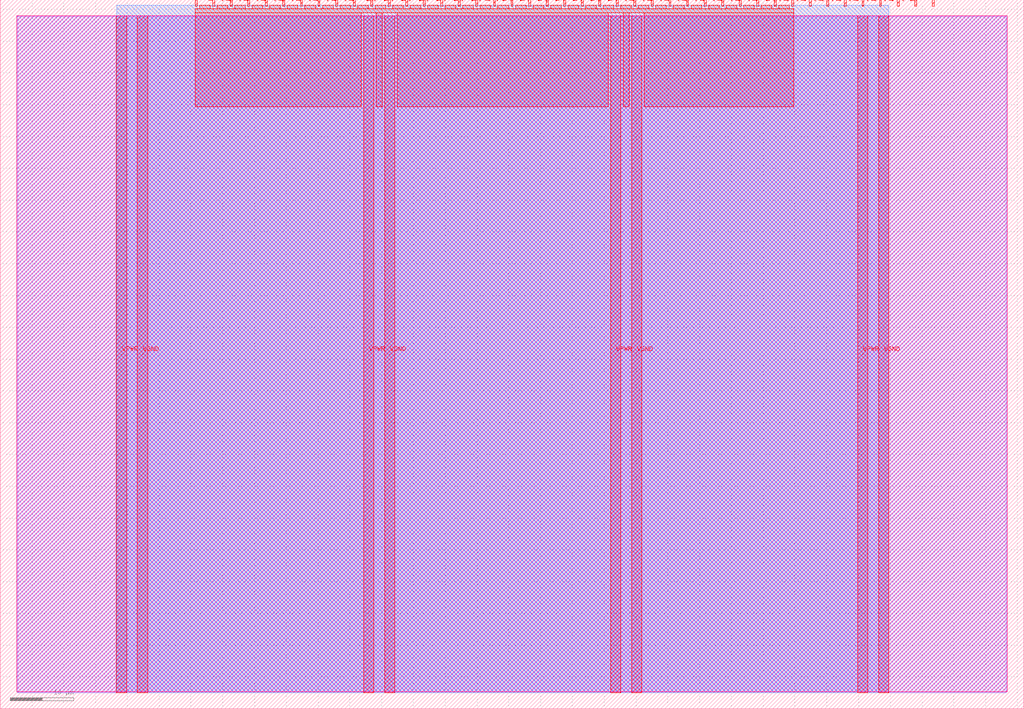
<source format=lef>
VERSION 5.7 ;
  NOWIREEXTENSIONATPIN ON ;
  DIVIDERCHAR "/" ;
  BUSBITCHARS "[]" ;
MACRO tt_um_AriaMitraClock
  CLASS BLOCK ;
  FOREIGN tt_um_AriaMitraClock ;
  ORIGIN 0.000 0.000 ;
  SIZE 161.000 BY 111.520 ;
  PIN VGND
    DIRECTION INOUT ;
    USE GROUND ;
    PORT
      LAYER met4 ;
        RECT 21.580 2.480 23.180 109.040 ;
    END
    PORT
      LAYER met4 ;
        RECT 60.450 2.480 62.050 109.040 ;
    END
    PORT
      LAYER met4 ;
        RECT 99.320 2.480 100.920 109.040 ;
    END
    PORT
      LAYER met4 ;
        RECT 138.190 2.480 139.790 109.040 ;
    END
  END VGND
  PIN VPWR
    DIRECTION INOUT ;
    USE POWER ;
    PORT
      LAYER met4 ;
        RECT 18.280 2.480 19.880 109.040 ;
    END
    PORT
      LAYER met4 ;
        RECT 57.150 2.480 58.750 109.040 ;
    END
    PORT
      LAYER met4 ;
        RECT 96.020 2.480 97.620 109.040 ;
    END
    PORT
      LAYER met4 ;
        RECT 134.890 2.480 136.490 109.040 ;
    END
  END VPWR
  PIN clk
    DIRECTION INPUT ;
    USE SIGNAL ;
    PORT
      LAYER met4 ;
        RECT 143.830 110.520 144.130 111.520 ;
    END
  END clk
  PIN ena
    DIRECTION INPUT ;
    USE SIGNAL ;
    PORT
      LAYER met4 ;
        RECT 146.590 110.520 146.890 111.520 ;
    END
  END ena
  PIN rst_n
    DIRECTION INPUT ;
    USE SIGNAL ;
    PORT
      LAYER met4 ;
        RECT 141.070 110.520 141.370 111.520 ;
    END
  END rst_n
  PIN ui_in[0]
    DIRECTION INPUT ;
    USE SIGNAL ;
    PORT
      LAYER met4 ;
        RECT 138.310 110.520 138.610 111.520 ;
    END
  END ui_in[0]
  PIN ui_in[1]
    DIRECTION INPUT ;
    USE SIGNAL ;
    PORT
      LAYER met4 ;
        RECT 135.550 110.520 135.850 111.520 ;
    END
  END ui_in[1]
  PIN ui_in[2]
    DIRECTION INPUT ;
    USE SIGNAL ;
    PORT
      LAYER met4 ;
        RECT 132.790 110.520 133.090 111.520 ;
    END
  END ui_in[2]
  PIN ui_in[3]
    DIRECTION INPUT ;
    USE SIGNAL ;
    PORT
      LAYER met4 ;
        RECT 130.030 110.520 130.330 111.520 ;
    END
  END ui_in[3]
  PIN ui_in[4]
    DIRECTION INPUT ;
    USE SIGNAL ;
    PORT
      LAYER met4 ;
        RECT 127.270 110.520 127.570 111.520 ;
    END
  END ui_in[4]
  PIN ui_in[5]
    DIRECTION INPUT ;
    USE SIGNAL ;
    ANTENNAGATEAREA 0.196500 ;
    PORT
      LAYER met4 ;
        RECT 124.510 110.520 124.810 111.520 ;
    END
  END ui_in[5]
  PIN ui_in[6]
    DIRECTION INPUT ;
    USE SIGNAL ;
    ANTENNAGATEAREA 0.196500 ;
    PORT
      LAYER met4 ;
        RECT 121.750 110.520 122.050 111.520 ;
    END
  END ui_in[6]
  PIN ui_in[7]
    DIRECTION INPUT ;
    USE SIGNAL ;
    ANTENNAGATEAREA 0.196500 ;
    PORT
      LAYER met4 ;
        RECT 118.990 110.520 119.290 111.520 ;
    END
  END ui_in[7]
  PIN uio_in[0]
    DIRECTION INPUT ;
    USE SIGNAL ;
    PORT
      LAYER met4 ;
        RECT 116.230 110.520 116.530 111.520 ;
    END
  END uio_in[0]
  PIN uio_in[1]
    DIRECTION INPUT ;
    USE SIGNAL ;
    PORT
      LAYER met4 ;
        RECT 113.470 110.520 113.770 111.520 ;
    END
  END uio_in[1]
  PIN uio_in[2]
    DIRECTION INPUT ;
    USE SIGNAL ;
    PORT
      LAYER met4 ;
        RECT 110.710 110.520 111.010 111.520 ;
    END
  END uio_in[2]
  PIN uio_in[3]
    DIRECTION INPUT ;
    USE SIGNAL ;
    PORT
      LAYER met4 ;
        RECT 107.950 110.520 108.250 111.520 ;
    END
  END uio_in[3]
  PIN uio_in[4]
    DIRECTION INPUT ;
    USE SIGNAL ;
    PORT
      LAYER met4 ;
        RECT 105.190 110.520 105.490 111.520 ;
    END
  END uio_in[4]
  PIN uio_in[5]
    DIRECTION INPUT ;
    USE SIGNAL ;
    PORT
      LAYER met4 ;
        RECT 102.430 110.520 102.730 111.520 ;
    END
  END uio_in[5]
  PIN uio_in[6]
    DIRECTION INPUT ;
    USE SIGNAL ;
    PORT
      LAYER met4 ;
        RECT 99.670 110.520 99.970 111.520 ;
    END
  END uio_in[6]
  PIN uio_in[7]
    DIRECTION INPUT ;
    USE SIGNAL ;
    PORT
      LAYER met4 ;
        RECT 96.910 110.520 97.210 111.520 ;
    END
  END uio_in[7]
  PIN uio_oe[0]
    DIRECTION OUTPUT ;
    USE SIGNAL ;
    PORT
      LAYER met4 ;
        RECT 49.990 110.520 50.290 111.520 ;
    END
  END uio_oe[0]
  PIN uio_oe[1]
    DIRECTION OUTPUT ;
    USE SIGNAL ;
    PORT
      LAYER met4 ;
        RECT 47.230 110.520 47.530 111.520 ;
    END
  END uio_oe[1]
  PIN uio_oe[2]
    DIRECTION OUTPUT ;
    USE SIGNAL ;
    PORT
      LAYER met4 ;
        RECT 44.470 110.520 44.770 111.520 ;
    END
  END uio_oe[2]
  PIN uio_oe[3]
    DIRECTION OUTPUT ;
    USE SIGNAL ;
    PORT
      LAYER met4 ;
        RECT 41.710 110.520 42.010 111.520 ;
    END
  END uio_oe[3]
  PIN uio_oe[4]
    DIRECTION OUTPUT ;
    USE SIGNAL ;
    PORT
      LAYER met4 ;
        RECT 38.950 110.520 39.250 111.520 ;
    END
  END uio_oe[4]
  PIN uio_oe[5]
    DIRECTION OUTPUT ;
    USE SIGNAL ;
    PORT
      LAYER met4 ;
        RECT 36.190 110.520 36.490 111.520 ;
    END
  END uio_oe[5]
  PIN uio_oe[6]
    DIRECTION OUTPUT ;
    USE SIGNAL ;
    PORT
      LAYER met4 ;
        RECT 33.430 110.520 33.730 111.520 ;
    END
  END uio_oe[6]
  PIN uio_oe[7]
    DIRECTION OUTPUT ;
    USE SIGNAL ;
    PORT
      LAYER met4 ;
        RECT 30.670 110.520 30.970 111.520 ;
    END
  END uio_oe[7]
  PIN uio_out[0]
    DIRECTION OUTPUT ;
    USE SIGNAL ;
    ANTENNAGATEAREA 1.489500 ;
    ANTENNADIFFAREA 0.891000 ;
    PORT
      LAYER met4 ;
        RECT 72.070 110.520 72.370 111.520 ;
    END
  END uio_out[0]
  PIN uio_out[1]
    DIRECTION OUTPUT ;
    USE SIGNAL ;
    ANTENNAGATEAREA 0.994500 ;
    ANTENNADIFFAREA 0.891000 ;
    PORT
      LAYER met4 ;
        RECT 69.310 110.520 69.610 111.520 ;
    END
  END uio_out[1]
  PIN uio_out[2]
    DIRECTION OUTPUT ;
    USE SIGNAL ;
    ANTENNAGATEAREA 0.747000 ;
    ANTENNADIFFAREA 0.891000 ;
    PORT
      LAYER met4 ;
        RECT 66.550 110.520 66.850 111.520 ;
    END
  END uio_out[2]
  PIN uio_out[3]
    DIRECTION OUTPUT ;
    USE SIGNAL ;
    ANTENNAGATEAREA 1.116000 ;
    ANTENNADIFFAREA 0.891000 ;
    PORT
      LAYER met4 ;
        RECT 63.790 110.520 64.090 111.520 ;
    END
  END uio_out[3]
  PIN uio_out[4]
    DIRECTION OUTPUT ;
    USE SIGNAL ;
    ANTENNAGATEAREA 0.873000 ;
    ANTENNADIFFAREA 0.891000 ;
    PORT
      LAYER met4 ;
        RECT 61.030 110.520 61.330 111.520 ;
    END
  END uio_out[4]
  PIN uio_out[5]
    DIRECTION OUTPUT ;
    USE SIGNAL ;
    ANTENNAGATEAREA 0.625500 ;
    ANTENNADIFFAREA 0.891000 ;
    PORT
      LAYER met4 ;
        RECT 58.270 110.520 58.570 111.520 ;
    END
  END uio_out[5]
  PIN uio_out[6]
    DIRECTION OUTPUT ;
    USE SIGNAL ;
    ANTENNAGATEAREA 0.499500 ;
    ANTENNADIFFAREA 0.891000 ;
    PORT
      LAYER met4 ;
        RECT 55.510 110.520 55.810 111.520 ;
    END
  END uio_out[6]
  PIN uio_out[7]
    DIRECTION OUTPUT ;
    USE SIGNAL ;
    ANTENNAGATEAREA 0.621000 ;
    ANTENNADIFFAREA 0.891000 ;
    PORT
      LAYER met4 ;
        RECT 52.750 110.520 53.050 111.520 ;
    END
  END uio_out[7]
  PIN uo_out[0]
    DIRECTION OUTPUT ;
    USE SIGNAL ;
    ANTENNAGATEAREA 1.368000 ;
    ANTENNADIFFAREA 0.891000 ;
    PORT
      LAYER met4 ;
        RECT 94.150 110.520 94.450 111.520 ;
    END
  END uo_out[0]
  PIN uo_out[1]
    DIRECTION OUTPUT ;
    USE SIGNAL ;
    ANTENNAGATEAREA 1.246500 ;
    ANTENNADIFFAREA 0.891000 ;
    PORT
      LAYER met4 ;
        RECT 91.390 110.520 91.690 111.520 ;
    END
  END uo_out[1]
  PIN uo_out[2]
    DIRECTION OUTPUT ;
    USE SIGNAL ;
    ANTENNAGATEAREA 1.120500 ;
    ANTENNADIFFAREA 0.891000 ;
    PORT
      LAYER met4 ;
        RECT 88.630 110.520 88.930 111.520 ;
    END
  END uo_out[2]
  PIN uo_out[3]
    DIRECTION OUTPUT ;
    USE SIGNAL ;
    ANTENNAGATEAREA 0.994500 ;
    ANTENNADIFFAREA 0.891000 ;
    PORT
      LAYER met4 ;
        RECT 85.870 110.520 86.170 111.520 ;
    END
  END uo_out[3]
  PIN uo_out[4]
    DIRECTION OUTPUT ;
    USE SIGNAL ;
    ANTENNAGATEAREA 0.873000 ;
    ANTENNADIFFAREA 0.891000 ;
    PORT
      LAYER met4 ;
        RECT 83.110 110.520 83.410 111.520 ;
    END
  END uo_out[4]
  PIN uo_out[5]
    DIRECTION OUTPUT ;
    USE SIGNAL ;
    ANTENNAGATEAREA 0.621000 ;
    ANTENNADIFFAREA 0.891000 ;
    PORT
      LAYER met4 ;
        RECT 80.350 110.520 80.650 111.520 ;
    END
  END uo_out[5]
  PIN uo_out[6]
    DIRECTION OUTPUT ;
    USE SIGNAL ;
    ANTENNAGATEAREA 0.621000 ;
    ANTENNADIFFAREA 0.891000 ;
    PORT
      LAYER met4 ;
        RECT 77.590 110.520 77.890 111.520 ;
    END
  END uo_out[6]
  PIN uo_out[7]
    DIRECTION OUTPUT ;
    USE SIGNAL ;
    ANTENNADIFFAREA 0.445500 ;
    PORT
      LAYER met4 ;
        RECT 74.830 110.520 75.130 111.520 ;
    END
  END uo_out[7]
  OBS
      LAYER nwell ;
        RECT 2.570 2.635 158.430 108.990 ;
      LAYER li1 ;
        RECT 2.760 2.635 158.240 108.885 ;
      LAYER met1 ;
        RECT 2.760 2.480 158.240 109.040 ;
      LAYER met2 ;
        RECT 18.310 2.535 139.760 110.685 ;
      LAYER met3 ;
        RECT 18.290 2.555 139.780 110.665 ;
      LAYER met4 ;
        RECT 31.370 110.120 33.030 110.665 ;
        RECT 34.130 110.120 35.790 110.665 ;
        RECT 36.890 110.120 38.550 110.665 ;
        RECT 39.650 110.120 41.310 110.665 ;
        RECT 42.410 110.120 44.070 110.665 ;
        RECT 45.170 110.120 46.830 110.665 ;
        RECT 47.930 110.120 49.590 110.665 ;
        RECT 50.690 110.120 52.350 110.665 ;
        RECT 53.450 110.120 55.110 110.665 ;
        RECT 56.210 110.120 57.870 110.665 ;
        RECT 58.970 110.120 60.630 110.665 ;
        RECT 61.730 110.120 63.390 110.665 ;
        RECT 64.490 110.120 66.150 110.665 ;
        RECT 67.250 110.120 68.910 110.665 ;
        RECT 70.010 110.120 71.670 110.665 ;
        RECT 72.770 110.120 74.430 110.665 ;
        RECT 75.530 110.120 77.190 110.665 ;
        RECT 78.290 110.120 79.950 110.665 ;
        RECT 81.050 110.120 82.710 110.665 ;
        RECT 83.810 110.120 85.470 110.665 ;
        RECT 86.570 110.120 88.230 110.665 ;
        RECT 89.330 110.120 90.990 110.665 ;
        RECT 92.090 110.120 93.750 110.665 ;
        RECT 94.850 110.120 96.510 110.665 ;
        RECT 97.610 110.120 99.270 110.665 ;
        RECT 100.370 110.120 102.030 110.665 ;
        RECT 103.130 110.120 104.790 110.665 ;
        RECT 105.890 110.120 107.550 110.665 ;
        RECT 108.650 110.120 110.310 110.665 ;
        RECT 111.410 110.120 113.070 110.665 ;
        RECT 114.170 110.120 115.830 110.665 ;
        RECT 116.930 110.120 118.590 110.665 ;
        RECT 119.690 110.120 121.350 110.665 ;
        RECT 122.450 110.120 124.110 110.665 ;
        RECT 30.655 109.440 124.825 110.120 ;
        RECT 30.655 94.695 56.750 109.440 ;
        RECT 59.150 94.695 60.050 109.440 ;
        RECT 62.450 94.695 95.620 109.440 ;
        RECT 98.020 94.695 98.920 109.440 ;
        RECT 101.320 94.695 124.825 109.440 ;
  END
END tt_um_AriaMitraClock
END LIBRARY


</source>
